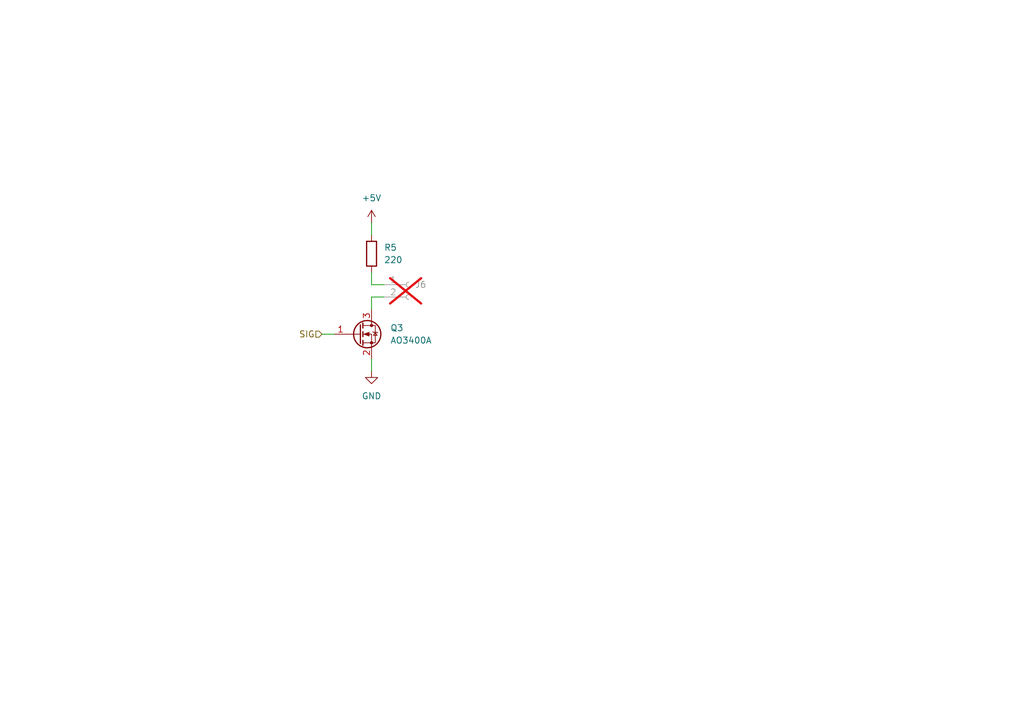
<source format=kicad_sch>
(kicad_sch (version 20231120) (generator "eeschema") (generator_version "8.0")
  (paper "A5")
  (lib_symbols
    (symbol "Connector:Conn_01x02_Socket" (pin_names (offset 1.016) hide)
      (property "Reference" "J" (at 0 2.54 0))
      (property "Value" "Conn_01x02_Socket" (at 0 -5.08 0))
      (symbol "Conn_01x02_Socket_1_1"
        (arc (start 0 -2.032) (mid -0.5058 -2.54) (end 0 -3.048) (stroke (width 0.1524)))
        (polyline (pts (xy -1.27 -2.54) (xy -0.508 -2.54)) (stroke (width 0.1524)))
        (polyline (pts (xy -1.27 0) (xy -0.508 0)) (stroke (width 0.1524)))
        (arc (start 0 0.508) (mid -0.5058 0) (end 0 -0.508) (stroke (width 0.1524)))
        (pin passive line (at -5.08 0 0) (length 3.81) (name "Pin_1") (number "1"))
        (pin passive line (at -5.08 -2.54 0) (length 3.81) (name "Pin_2") (number "2"))
      )
    )
    (symbol "Device:R" (pin_numbers hide) (pin_names (offset 0))
      (property "Reference" "R" (at 2.032 0 90))
      (property "Value" "R" (at 0 0 90))
      (symbol "R_0_1"
        (rectangle (start -1.016 -2.54) (end 1.016 2.54) (stroke (width 0.254)))
      )
      (symbol "R_1_1"
        (pin passive line (at 0 3.81 270) (length 1.27) (name "~") (number "1"))
        (pin passive line (at 0 -3.81 90) (length 1.27) (name "~") (number "2"))
      )
    )
    (symbol "Transistor_FET:AO3400A" (pin_names hide)
      (property "Reference" "Q" (at 5.08 1.905 0))
      (property "Value" "AO3400A" (at 5.08 0 0))
      (symbol "AO3400A_0_1"
        (polyline (pts (xy 0.254 0) (xy -2.54 0)))
        (polyline (pts (xy 0.254 1.905) (xy 0.254 -1.905)) (stroke (width 0.254)))
        (polyline (pts (xy 0.762 -1.27) (xy 0.762 -2.286)) (stroke (width 0.254)))
        (polyline (pts (xy 0.762 0.508) (xy 0.762 -0.508)) (stroke (width 0.254)))
        (polyline (pts (xy 0.762 2.286) (xy 0.762 1.27)) (stroke (width 0.254)))
        (polyline (pts (xy 2.54 2.54) (xy 2.54 1.778)))
        (polyline (pts (xy 2.54 -2.54) (xy 2.54 0) (xy 0.762 0)))
        (polyline (pts (xy 0.762 -1.778) (xy 3.302 -1.778) (xy 3.302 1.778) (xy 0.762 1.778)))
        (polyline (pts (xy 1.016 0) (xy 2.032 0.381) (xy 2.032 -0.381) (xy 1.016 0)) (fill (type outline)))
        (polyline (pts (xy 2.794 0.508) (xy 2.921 0.381) (xy 3.683 0.381) (xy 3.81 0.254)))
        (polyline (pts (xy 3.302 0.381) (xy 2.921 -0.254) (xy 3.683 -0.254) (xy 3.302 0.381)))
        (circle (center 1.651 0) (radius 2.794) (stroke (width 0.254)))
        (circle (center 2.54 -1.778) (radius 0.254) (fill (type outline)))
        (circle (center 2.54 1.778) (radius 0.254) (fill (type outline)))
      )
      (symbol "AO3400A_1_1"
        (pin input line (at -5.08 0 0) (length 2.54) (name "G") (number "1"))
        (pin passive line (at 2.54 -5.08 90) (length 2.54) (name "S") (number "2"))
        (pin passive line (at 2.54 5.08 270) (length 2.54) (name "D") (number "3"))
      )
    )
    (symbol "power:+5V" (power) (pin_numbers hide) (pin_names (offset 0) hide)
      (property "Value" "+5V" (at 0 3.556 0))
      (symbol "+5V_0_1"
        (polyline (pts (xy -0.762 1.27) (xy 0 2.54)))
        (polyline (pts (xy 0 0) (xy 0 2.54)))
        (polyline (pts (xy 0 2.54) (xy 0.762 1.27)))
      )
      (symbol "+5V_1_1"
        (pin power_in line (at 0 0 90) (length 0) (name "~") (number "1"))
      )
    )
    (symbol "power:GND" (power) (pin_numbers hide) (pin_names (offset 0) hide)
      (property "Value" "GND" (at 0 -3.81 0))
      (symbol "GND_0_1"
        (polyline (pts (xy 0 0) (xy 0 -1.27) (xy 1.27 -1.27) (xy 0 -2.54) (xy -1.27 -1.27) (xy 0 -1.27)))
      )
      (symbol "GND_1_1"
        (pin power_in line (at 0 0 270) (length 0) (name "~") (number "1"))
      )
    )
  )
  (wire (pts (xy 76.2 63.5) (xy 76.2 60.96)))
  (wire (pts (xy 76.2 58.42) (xy 78.74 58.42)))
  (wire (pts (xy 66.04 68.58) (xy 68.58 68.58)))
  (wire (pts (xy 76.2 60.96) (xy 78.74 60.96)))
  (wire (pts (xy 76.2 73.66) (xy 76.2 76.2)))
  (wire (pts (xy 76.2 55.88) (xy 76.2 58.42)))
  (wire (pts (xy 76.2 45.72) (xy 76.2 48.26)))
  (hierarchical_label "SIG" (shape input) (at 66.04 68.58 180))
  (symbol (lib_id "Device:R") (at 76.2 52.07 0) (unit 1)
    (property "Reference" "R3" (at 78.74 50.7999 0) (effects (justify left)))
    (property "Value" "220" (at 78.74 53.3399 0) (effects (justify left)))
    (property "Footprint" "Resistor_SMD:R_0603_1608Metric" (effects (hide yes)))
    (property "Description" "Resistor" (effects (hide yes)))
    (property "LCSC" "C22962" (effects (hide yes)))
    (instances (project "" (path "" (reference "R5") (unit 1)) (path "" (reference "R10") (unit 1)) (path "" (reference "R9") (unit 1)) (path "" (reference "R7") (unit 1)) (path "" (reference "R4") (unit 1)) (path "" (reference "R3") (unit 1)) (path "" (reference "R8") (unit 1)) (path "" (reference "R6") (unit 1)) (path "" (reference "R34") (unit 1)) (path "" (reference "R27") (unit 1)) (path "" (reference "R28") (unit 1)) (path "" (reference "R32") (unit 1)) (path "" (reference "R30") (unit 1)) (path "" (reference "R29") (unit 1)) (path "" (reference "R31") (unit 1)) (path "" (reference "R33") (unit 1)) (path "" (reference "R18") (unit 1)) (path "" (reference "R11") (unit 1)) (path "" (reference "R12") (unit 1)) (path "" (reference "R16") (unit 1)) (path "" (reference "R14") (unit 1)) (path "" (reference "R13") (unit 1)) (path "" (reference "R15") (unit 1)) (path "" (reference "R17") (unit 1)) (path "" (reference "R26") (unit 1)) (path "" (reference "R19") (unit 1)) (path "" (reference "R20") (unit 1)) (path "" (reference "R24") (unit 1)) (path "" (reference "R22") (unit 1)) (path "" (reference "R21") (unit 1)) (path "" (reference "R23") (unit 1)) (path "" (reference "R25") (unit 1))))
  )
  (symbol (lib_id "power:+5V") (at 76.2 45.72 0) (unit 1)
    (property "Reference" "#PWR020" (effects (hide yes)))
    (property "Value" "+5V" (at 76.2 40.64 0))
    (property "Description" "Power symbol creates a global label with name \"+5V\"" (effects (hide yes)))
    (instances (project "power-node" (path "" (reference "#PWR024") (unit 1)) (path "" (reference "#PWR034") (unit 1)) (path "" (reference "#PWR032") (unit 1)) (path "" (reference "#PWR028") (unit 1)) (path "" (reference "#PWR022") (unit 1)) (path "" (reference "#PWR020") (unit 1)) (path "" (reference "#PWR030") (unit 1)) (path "" (reference "#PWR026") (unit 1)) (path "" (reference "#PWR092") (unit 1)) (path "" (reference "#PWR076") (unit 1)) (path "" (reference "#PWR078") (unit 1)) (path "" (reference "#PWR088") (unit 1)) (path "" (reference "#PWR081") (unit 1)) (path "" (reference "#PWR080") (unit 1)) (path "" (reference "#PWR086") (unit 1)) (path "" (reference "#PWR090") (unit 1)) (path "" (reference "#PWR056") (unit 1)) (path "" (reference "#PWR042") (unit 1)) (path "" (reference "#PWR044") (unit 1)) (path "" (reference "#PWR052") (unit 1)) (path "" (reference "#PWR048") (unit 1)) (path "" (reference "#PWR046") (unit 1)) (path "" (reference "#PWR050") (unit 1)) (path "" (reference "#PWR054") (unit 1)) (path "" (reference "#PWR074") (unit 1)) (path "" (reference "#PWR058") (unit 1)) (path "" (reference "#PWR059") (unit 1)) (path "" (reference "#PWR070") (unit 1)) (path "" (reference "#PWR066") (unit 1)) (path "" (reference "#PWR064") (unit 1)) (path "" (reference "#PWR068") (unit 1)) (path "" (reference "#PWR072") (unit 1))))
  )
  (symbol (lib_id "power:GND") (at 76.2 76.2 0) (unit 1)
    (property "Reference" "#PWR043" (effects (hide yes)))
    (property "Value" "GND" (at 76.2 81.28 0))
    (property "Description" "Power symbol creates a global label with name \"GND\" , ground" (effects (hide yes)))
    (instances (project "power-node" (path "" (reference "#PWR025") (unit 1)) (path "" (reference "#PWR035") (unit 1)) (path "" (reference "#PWR033") (unit 1)) (path "" (reference "#PWR029") (unit 1)) (path "" (reference "#PWR023") (unit 1)) (path "" (reference "#PWR021") (unit 1)) (path "" (reference "#PWR031") (unit 1)) (path "" (reference "#PWR027") (unit 1)) (path "" (reference "#PWR0101") (unit 1)) (path "" (reference "#PWR087") (unit 1)) (path "" (reference "#PWR089") (unit 1)) (path "" (reference "#PWR097") (unit 1)) (path "" (reference "#PWR093") (unit 1)) (path "" (reference "#PWR091") (unit 1)) (path "" (reference "#PWR095") (unit 1)) (path "" (reference "#PWR099") (unit 1)) (path "" (reference "#PWR057") (unit 1)) (path "" (reference "#PWR043") (unit 1)) (path "" (reference "#PWR045") (unit 1)) (path "" (reference "#PWR053") (unit 1)) (path "" (reference "#PWR049") (unit 1)) (path "" (reference "#PWR047") (unit 1)) (path "" (reference "#PWR051") (unit 1)) (path "" (reference "#PWR055") (unit 1)) (path "" (reference "#PWR079") (unit 1)) (path "" (reference "#PWR065") (unit 1)) (path "" (reference "#PWR067") (unit 1)) (path "" (reference "#PWR075") (unit 1)) (path "" (reference "#PWR071") (unit 1)) (path "" (reference "#PWR069") (unit 1)) (path "" (reference "#PWR073") (unit 1)) (path "" (reference "#PWR077") (unit 1))))
  )
  (symbol (lib_id "Transistor_FET:AO3400A") (at 73.66 68.58 0) (unit 1)
    (property "Reference" "Q16" (at 80.01 67.3099 0) (effects (justify left)))
    (property "Value" "AO3400A" (at 80.01 69.8499 0) (effects (justify left)))
    (property "Footprint" "Package_TO_SOT_SMD:SOT-23" (effects (hide yes)))
    (property "Datasheet" "http://www.aosmd.com/pdfs/datasheet/AO3400A.pdf" (effects (hide yes)))
    (property "Description" "30V Vds, 5.7A Id, N-Channel MOSFET, SOT-23" (effects (hide yes)))
    (property "LCSC" "C20917" (effects (hide yes)))
    (instances (project "power-node" (path "" (reference "Q3") (unit 1)) (path "" (reference "Q8") (unit 1)) (path "" (reference "Q7") (unit 1)) (path "" (reference "Q5") (unit 1)) (path "" (reference "Q2") (unit 1)) (path "" (reference "Q1") (unit 1)) (path "" (reference "Q6") (unit 1)) (path "" (reference "Q4") (unit 1)) (path "" (reference "Q32") (unit 1)) (path "" (reference "Q25") (unit 1)) (path "" (reference "Q26") (unit 1)) (path "" (reference "Q30") (unit 1)) (path "" (reference "Q28") (unit 1)) (path "" (reference "Q27") (unit 1)) (path "" (reference "Q29") (unit 1)) (path "" (reference "Q31") (unit 1)) (path "" (reference "Q16") (unit 1)) (path "" (reference "Q9") (unit 1)) (path "" (reference "Q10") (unit 1)) (path "" (reference "Q14") (unit 1)) (path "" (reference "Q12") (unit 1)) (path "" (reference "Q11") (unit 1)) (path "" (reference "Q13") (unit 1)) (path "" (reference "Q15") (unit 1)) (path "" (reference "Q24") (unit 1)) (path "" (reference "Q17") (unit 1)) (path "" (reference "Q18") (unit 1)) (path "" (reference "Q22") (unit 1)) (path "" (reference "Q20") (unit 1)) (path "" (reference "Q19") (unit 1)) (path "" (reference "Q21") (unit 1)) (path "" (reference "Q23") (unit 1))))
  )
  (symbol (lib_id "Connector:Conn_01x02_Socket") (at 83.82 58.42 0) (unit 1) (dnp yes)
    (property "Reference" "J19" (at 85.09 58.4199 0) (effects (justify left)))
    (property "Value" "Conn_01x02_Socket" (effects (hide yes)))
    (property "Footprint" "Connector_PinHeader_2.54mm:PinHeader_1x02_P2.54mm_Vertical" (effects (hide yes)))
    (property "Description" "Generic connector, single row, 01x02, script generated" (effects (hide yes)))
    (instances (project "power-node" (path "" (reference "J6") (unit 1)) (path "" (reference "J11") (unit 1)) (path "" (reference "J10") (unit 1)) (path "" (reference "J8") (unit 1)) (path "" (reference "J5") (unit 1)) (path "" (reference "J4") (unit 1)) (path "" (reference "J9") (unit 1)) (path "" (reference "J7") (unit 1)) (path "" (reference "J35") (unit 1)) (path "" (reference "J28") (unit 1)) (path "" (reference "J29") (unit 1)) (path "" (reference "J33") (unit 1)) (path "" (reference "J31") (unit 1)) (path "" (reference "J30") (unit 1)) (path "" (reference "J32") (unit 1)) (path "" (reference "J34") (unit 1)) (path "" (reference "J19") (unit 1)) (path "" (reference "J12") (unit 1)) (path "" (reference "J13") (unit 1)) (path "" (reference "J17") (unit 1)) (path "" (reference "J15") (unit 1)) (path "" (reference "J14") (unit 1)) (path "" (reference "J16") (unit 1)) (path "" (reference "J18") (unit 1)) (path "" (reference "J27") (unit 1)) (path "" (reference "J20") (unit 1)) (path "" (reference "J21") (unit 1)) (path "" (reference "J25") (unit 1)) (path "" (reference "J23") (unit 1)) (path "" (reference "J22") (unit 1)) (path "" (reference "J24") (unit 1)) (path "" (reference "J26") (unit 1))))
  )
)
</source>
